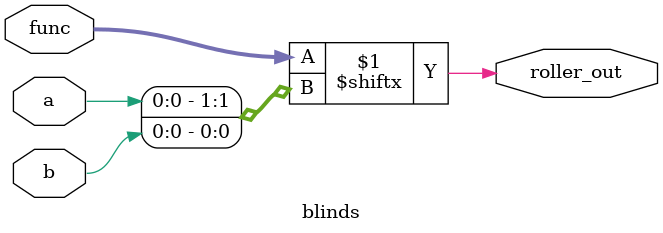
<source format=v>

`timescale 1ns / 100ps

module blinds(
    input a,
    input b,
    input [3:0] func,
    output roller_out
    );
    
    wire roller_out;
        
	//add your logic here
	assign roller_out = func[{a,b}];

endmodule

</source>
